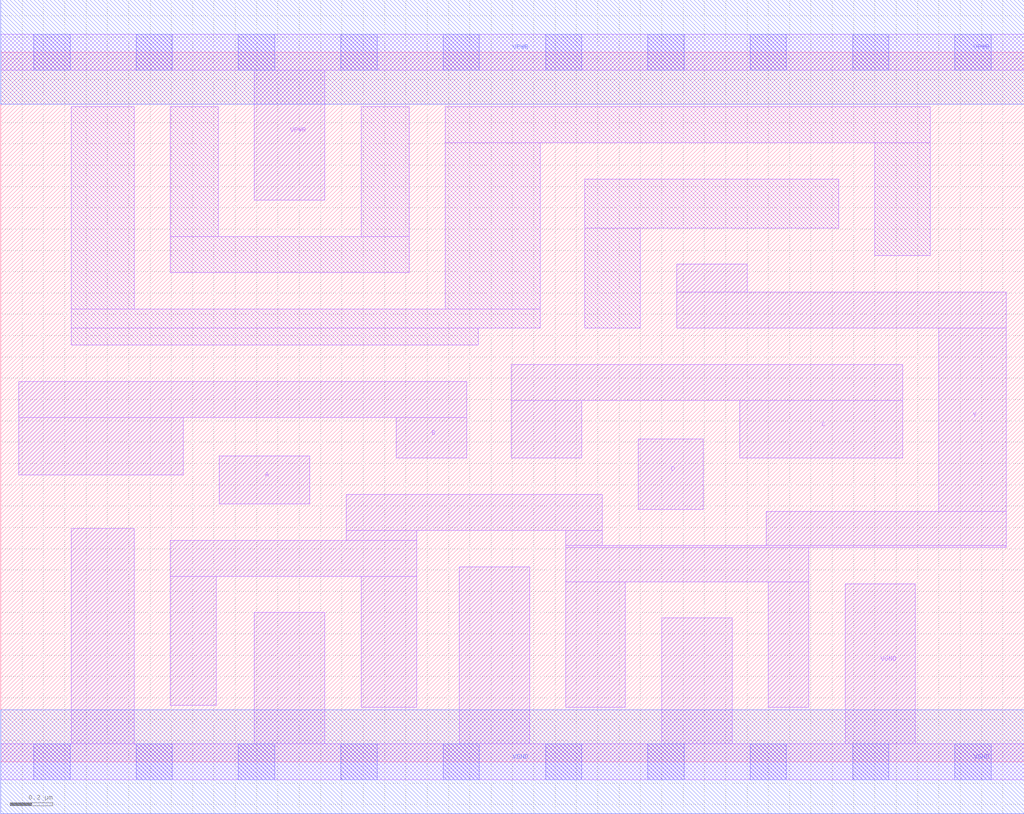
<source format=lef>
# Copyright 2020 The SkyWater PDK Authors
#
# Licensed under the Apache License, Version 2.0 (the "License");
# you may not use this file except in compliance with the License.
# You may obtain a copy of the License at
#
#     https://www.apache.org/licenses/LICENSE-2.0
#
# Unless required by applicable law or agreed to in writing, software
# distributed under the License is distributed on an "AS IS" BASIS,
# WITHOUT WARRANTIES OR CONDITIONS OF ANY KIND, either express or implied.
# See the License for the specific language governing permissions and
# limitations under the License.
#
# SPDX-License-Identifier: Apache-2.0

VERSION 5.7 ;
  NAMESCASESENSITIVE ON ;
  NOWIREEXTENSIONATPIN ON ;
  DIVIDERCHAR "/" ;
  BUSBITCHARS "[]" ;
UNITS
  DATABASE MICRONS 200 ;
END UNITS
MACRO sky130_fd_sc_lp__nor4_2
  CLASS CORE ;
  SOURCE USER ;
  FOREIGN sky130_fd_sc_lp__nor4_2 ;
  ORIGIN  0.000000  0.000000 ;
  SIZE  4.800000 BY  3.330000 ;
  SYMMETRY X Y R90 ;
  SITE unit ;
  PIN A
    ANTENNAGATEAREA  0.630000 ;
    DIRECTION INPUT ;
    USE SIGNAL ;
    PORT
      LAYER li1 ;
        RECT 1.025000 1.210000 1.450000 1.435000 ;
    END
  END A
  PIN B
    ANTENNAGATEAREA  0.630000 ;
    DIRECTION INPUT ;
    USE SIGNAL ;
    PORT
      LAYER li1 ;
        RECT 0.085000 1.345000 0.855000 1.615000 ;
        RECT 0.085000 1.615000 2.185000 1.785000 ;
        RECT 1.855000 1.425000 2.185000 1.615000 ;
    END
  END B
  PIN C
    ANTENNAGATEAREA  0.630000 ;
    DIRECTION INPUT ;
    USE SIGNAL ;
    PORT
      LAYER li1 ;
        RECT 2.395000 1.425000 2.725000 1.695000 ;
        RECT 2.395000 1.695000 4.230000 1.865000 ;
        RECT 3.465000 1.425000 4.230000 1.695000 ;
    END
  END C
  PIN D
    ANTENNAGATEAREA  0.630000 ;
    DIRECTION INPUT ;
    USE SIGNAL ;
    PORT
      LAYER li1 ;
        RECT 2.990000 1.185000 3.295000 1.515000 ;
    END
  END D
  PIN Y
    ANTENNADIFFAREA  1.293600 ;
    DIRECTION OUTPUT ;
    USE SIGNAL ;
    PORT
      LAYER li1 ;
        RECT 0.795000 0.265000 1.010000 0.870000 ;
        RECT 0.795000 0.870000 1.950000 1.040000 ;
        RECT 1.620000 1.040000 1.950000 1.085000 ;
        RECT 1.620000 1.085000 2.820000 1.255000 ;
        RECT 1.690000 0.255000 1.950000 0.870000 ;
        RECT 2.650000 0.255000 2.930000 0.845000 ;
        RECT 2.650000 0.845000 3.790000 1.005000 ;
        RECT 2.650000 1.005000 4.715000 1.015000 ;
        RECT 2.650000 1.015000 2.820000 1.085000 ;
        RECT 3.170000 2.035000 4.715000 2.205000 ;
        RECT 3.170000 2.205000 3.500000 2.335000 ;
        RECT 3.590000 1.015000 4.715000 1.175000 ;
        RECT 3.600000 0.255000 3.790000 0.845000 ;
        RECT 4.400000 1.175000 4.715000 2.035000 ;
    END
  END Y
  PIN VGND
    DIRECTION INOUT ;
    USE GROUND ;
    PORT
      LAYER li1 ;
        RECT 0.000000 -0.085000 4.800000 0.085000 ;
        RECT 0.330000  0.085000 0.625000 1.095000 ;
        RECT 1.190000  0.085000 1.520000 0.700000 ;
        RECT 2.150000  0.085000 2.480000 0.915000 ;
        RECT 3.100000  0.085000 3.430000 0.675000 ;
        RECT 3.960000  0.085000 4.290000 0.835000 ;
      LAYER mcon ;
        RECT 0.155000 -0.085000 0.325000 0.085000 ;
        RECT 0.635000 -0.085000 0.805000 0.085000 ;
        RECT 1.115000 -0.085000 1.285000 0.085000 ;
        RECT 1.595000 -0.085000 1.765000 0.085000 ;
        RECT 2.075000 -0.085000 2.245000 0.085000 ;
        RECT 2.555000 -0.085000 2.725000 0.085000 ;
        RECT 3.035000 -0.085000 3.205000 0.085000 ;
        RECT 3.515000 -0.085000 3.685000 0.085000 ;
        RECT 3.995000 -0.085000 4.165000 0.085000 ;
        RECT 4.475000 -0.085000 4.645000 0.085000 ;
      LAYER met1 ;
        RECT 0.000000 -0.245000 4.800000 0.245000 ;
    END
  END VGND
  PIN VPWR
    DIRECTION INOUT ;
    USE POWER ;
    PORT
      LAYER li1 ;
        RECT 0.000000 3.245000 4.800000 3.415000 ;
        RECT 1.190000 2.635000 1.520000 3.245000 ;
      LAYER mcon ;
        RECT 0.155000 3.245000 0.325000 3.415000 ;
        RECT 0.635000 3.245000 0.805000 3.415000 ;
        RECT 1.115000 3.245000 1.285000 3.415000 ;
        RECT 1.595000 3.245000 1.765000 3.415000 ;
        RECT 2.075000 3.245000 2.245000 3.415000 ;
        RECT 2.555000 3.245000 2.725000 3.415000 ;
        RECT 3.035000 3.245000 3.205000 3.415000 ;
        RECT 3.515000 3.245000 3.685000 3.415000 ;
        RECT 3.995000 3.245000 4.165000 3.415000 ;
        RECT 4.475000 3.245000 4.645000 3.415000 ;
      LAYER met1 ;
        RECT 0.000000 3.085000 4.800000 3.575000 ;
    END
  END VPWR
  OBS
    LAYER li1 ;
      RECT 0.330000 1.955000 2.240000 2.035000 ;
      RECT 0.330000 2.035000 2.530000 2.125000 ;
      RECT 0.330000 2.125000 0.625000 3.075000 ;
      RECT 0.795000 2.295000 1.915000 2.465000 ;
      RECT 0.795000 2.465000 1.020000 3.075000 ;
      RECT 1.690000 2.465000 1.915000 3.075000 ;
      RECT 2.085000 2.125000 2.530000 2.905000 ;
      RECT 2.085000 2.905000 4.360000 3.075000 ;
      RECT 2.740000 2.035000 3.000000 2.505000 ;
      RECT 2.740000 2.505000 3.930000 2.735000 ;
      RECT 4.100000 2.375000 4.360000 2.905000 ;
  END
END sky130_fd_sc_lp__nor4_2

</source>
